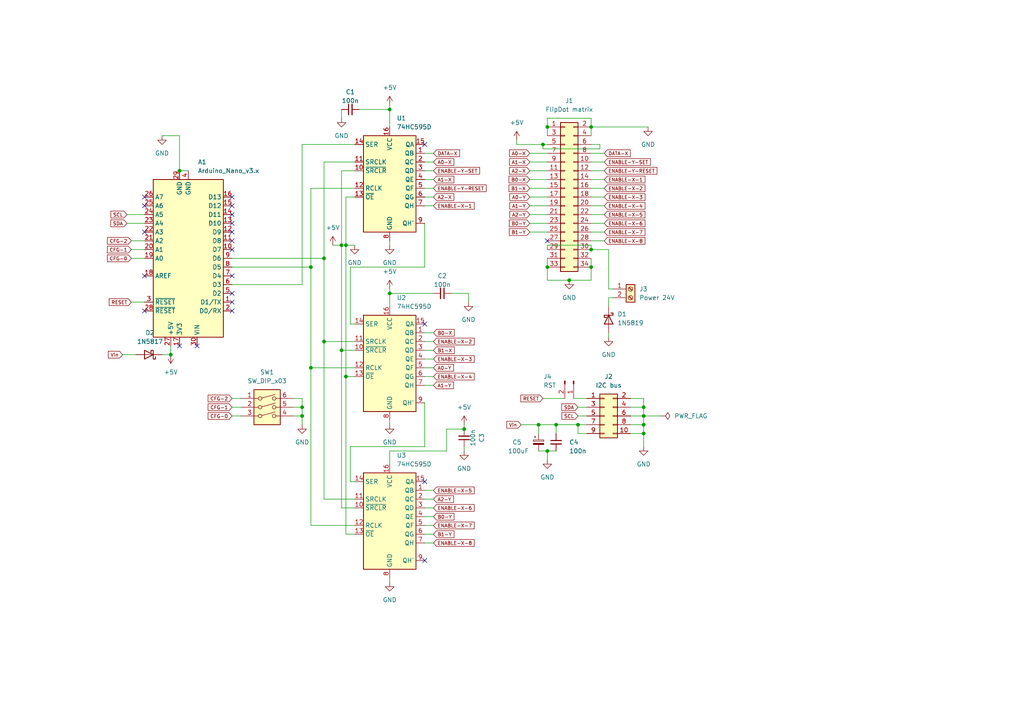
<source format=kicad_sch>
(kicad_sch (version 20211123) (generator eeschema)
  (paper "A4")
  (title_block (title "FlipDot34-Nano Controller Board") (date "2022-04-30") (rev "1.0"))
  (lib_symbols
    (symbol "74xx:74HC595"
      (property "Reference" "U" (at -7.62 13.97 0))
      (property "Value" "74HC595" (at -7.62 -16.51 0))
      (symbol "74HC595_1_0"
        (pin tri_state line (at 10.16 7.62 180) (length 2.54) (name "QB") (number "1"))
        (pin input line (at -10.16 2.54 0) (length 2.54) (name "~{SRCLR}") (number "10"))
        (pin input line (at -10.16 5.08 0) (length 2.54) (name "SRCLK") (number "11"))
        (pin input line (at -10.16 -2.54 0) (length 2.54) (name "RCLK") (number "12"))
        (pin input line (at -10.16 -5.08 0) (length 2.54) (name "~{OE}") (number "13"))
        (pin input line (at -10.16 10.16 0) (length 2.54) (name "SER") (number "14"))
        (pin tri_state line (at 10.16 10.16 180) (length 2.54) (name "QA") (number "15"))
        (pin power_in line (at 0 15.24 270) (length 2.54) (name "VCC") (number "16"))
        (pin tri_state line (at 10.16 5.08 180) (length 2.54) (name "QC") (number "2"))
        (pin tri_state line (at 10.16 2.54 180) (length 2.54) (name "QD") (number "3"))
        (pin tri_state line (at 10.16 0 180) (length 2.54) (name "QE") (number "4"))
        (pin tri_state line (at 10.16 -2.54 180) (length 2.54) (name "QF") (number "5"))
        (pin tri_state line (at 10.16 -5.08 180) (length 2.54) (name "QG") (number "6"))
        (pin tri_state line (at 10.16 -7.62 180) (length 2.54) (name "QH") (number "7"))
        (pin power_in line (at 0 -17.78 90) (length 2.54) (name "GND") (number "8"))
        (pin output line (at 10.16 -12.7 180) (length 2.54) (name "QH'") (number "9"))
      )
      (symbol "74HC595_1_1"
        (rectangle (start -7.62 12.7) (end 7.62 -15.24) (stroke (width 0.254)) (fill (type background)))
      )
    )
    (symbol "Connector:Conn_01x02_Male" (pin_names (offset 1.016) hide)
      (property "Reference" "J" (at 0 2.54 0))
      (property "Value" "Conn_01x02_Male" (at 0 -5.08 0))
      (symbol "Conn_01x02_Male_1_1"
        (polyline (pts (xy 1.27 -2.54) (xy 0.8636 -2.54)) (stroke (width 0.1524)))
        (polyline (pts (xy 1.27 0) (xy 0.8636 0)) (stroke (width 0.1524)))
        (rectangle (start 0.8636 -2.413) (end 0 -2.667) (stroke (width 0.1524)) (fill (type outline)))
        (rectangle (start 0.8636 0.127) (end 0 -0.127) (stroke (width 0.1524)) (fill (type outline)))
        (pin passive line (at 5.08 0 180) (length 3.81) (name "Pin_1") (number "1"))
        (pin passive line (at 5.08 -2.54 180) (length 3.81) (name "Pin_2") (number "2"))
      )
    )
    (symbol "Connector:Screw_Terminal_01x02" (pin_names (offset 1.016) hide)
      (property "Reference" "J" (at 0 2.54 0))
      (property "Value" "Screw_Terminal_01x02" (at 0 -5.08 0))
      (symbol "Screw_Terminal_01x02_1_1"
        (rectangle (start -1.27 1.27) (end 1.27 -3.81) (stroke (width 0.254)) (fill (type background)))
        (circle (center 0 -2.54) (radius 0.635) (stroke (width 0.1524)))
        (polyline (pts (xy -0.5334 -2.2098) (xy 0.3302 -3.048)) (stroke (width 0.1524)))
        (polyline (pts (xy -0.5334 0.3302) (xy 0.3302 -0.508)) (stroke (width 0.1524)))
        (polyline (pts (xy -0.3556 -2.032) (xy 0.508 -2.8702)) (stroke (width 0.1524)))
        (polyline (pts (xy -0.3556 0.508) (xy 0.508 -0.3302)) (stroke (width 0.1524)))
        (circle (center 0 0) (radius 0.635) (stroke (width 0.1524)))
        (pin passive line (at -5.08 0 0) (length 3.81) (name "Pin_1") (number "1"))
        (pin passive line (at -5.08 -2.54 0) (length 3.81) (name "Pin_2") (number "2"))
      )
    )
    (symbol "Connector_Generic:Conn_02x05_Odd_Even" (pin_names (offset 1.016) hide)
      (property "Reference" "J" (at 1.27 7.62 0))
      (property "Value" "Conn_02x05_Odd_Even" (at 1.27 -7.62 0))
      (symbol "Conn_02x05_Odd_Even_1_1"
        (rectangle (start -1.27 -4.953) (end 0 -5.207) (stroke (width 0.1524)))
        (rectangle (start -1.27 -2.413) (end 0 -2.667) (stroke (width 0.1524)))
        (rectangle (start -1.27 0.127) (end 0 -0.127) (stroke (width 0.1524)))
        (rectangle (start -1.27 2.667) (end 0 2.413) (stroke (width 0.1524)))
        (rectangle (start -1.27 5.207) (end 0 4.953) (stroke (width 0.1524)))
        (rectangle (start -1.27 6.35) (end 3.81 -6.35) (stroke (width 0.254)) (fill (type background)))
        (rectangle (start 3.81 -4.953) (end 2.54 -5.207) (stroke (width 0.1524)))
        (rectangle (start 3.81 -2.413) (end 2.54 -2.667) (stroke (width 0.1524)))
        (rectangle (start 3.81 0.127) (end 2.54 -0.127) (stroke (width 0.1524)))
        (rectangle (start 3.81 2.667) (end 2.54 2.413) (stroke (width 0.1524)))
        (rectangle (start 3.81 5.207) (end 2.54 4.953) (stroke (width 0.1524)))
        (pin passive line (at -5.08 5.08 0) (length 3.81) (name "Pin_1") (number "1"))
        (pin passive line (at 7.62 -5.08 180) (length 3.81) (name "Pin_10") (number "10"))
        (pin passive line (at 7.62 5.08 180) (length 3.81) (name "Pin_2") (number "2"))
        (pin passive line (at -5.08 2.54 0) (length 3.81) (name "Pin_3") (number "3"))
        (pin passive line (at 7.62 2.54 180) (length 3.81) (name "Pin_4") (number "4"))
        (pin passive line (at -5.08 0 0) (length 3.81) (name "Pin_5") (number "5"))
        (pin passive line (at 7.62 0 180) (length 3.81) (name "Pin_6") (number "6"))
        (pin passive line (at -5.08 -2.54 0) (length 3.81) (name "Pin_7") (number "7"))
        (pin passive line (at 7.62 -2.54 180) (length 3.81) (name "Pin_8") (number "8"))
        (pin passive line (at -5.08 -5.08 0) (length 3.81) (name "Pin_9") (number "9"))
      )
    )
    (symbol "Connector_Generic:Conn_02x17_Odd_Even" (pin_names (offset 1.016) hide)
      (property "Reference" "J" (at 1.27 22.86 0))
      (property "Value" "Conn_02x17_Odd_Even" (at 1.27 -22.86 0))
      (symbol "Conn_02x17_Odd_Even_1_1"
        (rectangle (start -1.27 -20.193) (end 0 -20.447) (stroke (width 0.1524)))
        (rectangle (start -1.27 -17.653) (end 0 -17.907) (stroke (width 0.1524)))
        (rectangle (start -1.27 -15.113) (end 0 -15.367) (stroke (width 0.1524)))
        (rectangle (start -1.27 -12.573) (end 0 -12.827) (stroke (width 0.1524)))
        (rectangle (start -1.27 -10.033) (end 0 -10.287) (stroke (width 0.1524)))
        (rectangle (start -1.27 -7.493) (end 0 -7.747) (stroke (width 0.1524)))
        (rectangle (start -1.27 -4.953) (end 0 -5.207) (stroke (width 0.1524)))
        (rectangle (start -1.27 -2.413) (end 0 -2.667) (stroke (width 0.1524)))
        (rectangle (start -1.27 0.127) (end 0 -0.127) (stroke (width 0.1524)))
        (rectangle (start -1.27 2.667) (end 0 2.413) (stroke (width 0.1524)))
        (rectangle (start -1.27 5.207) (end 0 4.953) (stroke (width 0.1524)))
        (rectangle (start -1.27 7.747) (end 0 7.493) (stroke (width 0.1524)))
        (rectangle (start -1.27 10.287) (end 0 10.033) (stroke (width 0.1524)))
        (rectangle (start -1.27 12.827) (end 0 12.573) (stroke (width 0.1524)))
        (rectangle (start -1.27 15.367) (end 0 15.113) (stroke (width 0.1524)))
        (rectangle (start -1.27 17.907) (end 0 17.653) (stroke (width 0.1524)))
        (rectangle (start -1.27 20.447) (end 0 20.193) (stroke (width 0.1524)))
        (rectangle (start -1.27 21.59) (end 3.81 -21.59) (stroke (width 0.254)) (fill (type background)))
        (rectangle (start 3.81 -20.193) (end 2.54 -20.447) (stroke (width 0.1524)))
        (rectangle (start 3.81 -17.653) (end 2.54 -17.907) (stroke (width 0.1524)))
        (rectangle (start 3.81 -15.113) (end 2.54 -15.367) (stroke (width 0.1524)))
        (rectangle (start 3.81 -12.573) (end 2.54 -12.827) (stroke (width 0.1524)))
        (rectangle (start 3.81 -10.033) (end 2.54 -10.287) (stroke (width 0.1524)))
        (rectangle (start 3.81 -7.493) (end 2.54 -7.747) (stroke (width 0.1524)))
        (rectangle (start 3.81 -4.953) (end 2.54 -5.207) (stroke (width 0.1524)))
        (rectangle (start 3.81 -2.413) (end 2.54 -2.667) (stroke (width 0.1524)))
        (rectangle (start 3.81 0.127) (end 2.54 -0.127) (stroke (width 0.1524)))
        (rectangle (start 3.81 2.667) (end 2.54 2.413) (stroke (width 0.1524)))
        (rectangle (start 3.81 5.207) (end 2.54 4.953) (stroke (width 0.1524)))
        (rectangle (start 3.81 7.747) (end 2.54 7.493) (stroke (width 0.1524)))
        (rectangle (start 3.81 10.287) (end 2.54 10.033) (stroke (width 0.1524)))
        (rectangle (start 3.81 12.827) (end 2.54 12.573) (stroke (width 0.1524)))
        (rectangle (start 3.81 15.367) (end 2.54 15.113) (stroke (width 0.1524)))
        (rectangle (start 3.81 17.907) (end 2.54 17.653) (stroke (width 0.1524)))
        (rectangle (start 3.81 20.447) (end 2.54 20.193) (stroke (width 0.1524)))
        (pin passive line (at -5.08 20.32 0) (length 3.81) (name "Pin_1") (number "1"))
        (pin passive line (at 7.62 10.16 180) (length 3.81) (name "Pin_10") (number "10"))
        (pin passive line (at -5.08 7.62 0) (length 3.81) (name "Pin_11") (number "11"))
        (pin passive line (at 7.62 7.62 180) (length 3.81) (name "Pin_12") (number "12"))
        (pin passive line (at -5.08 5.08 0) (length 3.81) (name "Pin_13") (number "13"))
        (pin passive line (at 7.62 5.08 180) (length 3.81) (name "Pin_14") (number "14"))
        (pin passive line (at -5.08 2.54 0) (length 3.81) (name "Pin_15") (number "15"))
        (pin passive line (at 7.62 2.54 180) (length 3.81) (name "Pin_16") (number "16"))
        (pin passive line (at -5.08 0 0) (length 3.81) (name "Pin_17") (number "17"))
        (pin passive line (at 7.62 0 180) (length 3.81) (name "Pin_18") (number "18"))
        (pin passive line (at -5.08 -2.54 0) (length 3.81) (name "Pin_19") (number "19"))
        (pin passive line (at 7.62 20.32 180) (length 3.81) (name "Pin_2") (number "2"))
        (pin passive line (at 7.62 -2.54 180) (length 3.81) (name "Pin_20") (number "20"))
        (pin passive line (at -5.08 -5.08 0) (length 3.81) (name "Pin_21") (number "21"))
        (pin passive line (at 7.62 -5.08 180) (length 3.81) (name "Pin_22") (number "22"))
        (pin passive line (at -5.08 -7.62 0) (length 3.81) (name "Pin_23") (number "23"))
        (pin passive line (at 7.62 -7.62 180) (length 3.81) (name "Pin_24") (number "24"))
        (pin passive line (at -5.08 -10.16 0) (length 3.81) (name "Pin_25") (number "25"))
        (pin passive line (at 7.62 -10.16 180) (length 3.81) (name "Pin_26") (number "26"))
        (pin passive line (at -5.08 -12.7 0) (length 3.81) (name "Pin_27") (number "27"))
        (pin passive line (at 7.62 -12.7 180) (length 3.81) (name "Pin_28") (number "28"))
        (pin passive line (at -5.08 -15.24 0) (length 3.81) (name "Pin_29") (number "29"))
        (pin passive line (at -5.08 17.78 0) (length 3.81) (name "Pin_3") (number "3"))
        (pin passive line (at 7.62 -15.24 180) (length 3.81) (name "Pin_30") (number "30"))
        (pin passive line (at -5.08 -17.78 0) (length 3.81) (name "Pin_31") (number "31"))
        (pin passive line (at 7.62 -17.78 180) (length 3.81) (name "Pin_32") (number "32"))
        (pin passive line (at -5.08 -20.32 0) (length 3.81) (name "Pin_33") (number "33"))
        (pin passive line (at 7.62 -20.32 180) (length 3.81) (name "Pin_34") (number "34"))
        (pin passive line (at 7.62 17.78 180) (length 3.81) (name "Pin_4") (number "4"))
        (pin passive line (at -5.08 15.24 0) (length 3.81) (name "Pin_5") (number "5"))
        (pin passive line (at 7.62 15.24 180) (length 3.81) (name "Pin_6") (number "6"))
        (pin passive line (at -5.08 12.7 0) (length 3.81) (name "Pin_7") (number "7"))
        (pin passive line (at 7.62 12.7 180) (length 3.81) (name "Pin_8") (number "8"))
        (pin passive line (at -5.08 10.16 0) (length 3.81) (name "Pin_9") (number "9"))
      )
    )
    (symbol "Device:C_Polarized_Small" (pin_numbers hide) (pin_names (offset 0.254) hide)
      (property "Reference" "C" (at 0.254 1.778 0))
      (property "Value" "C_Polarized_Small" (at 0.254 -2.032 0))
      (symbol "C_Polarized_Small_0_1"
        (rectangle (start -1.524 -0.3048) (end 1.524 -0.6858) (fill (type outline)))
        (rectangle (start -1.524 0.6858) (end 1.524 0.3048))
        (polyline (pts (xy -1.27 1.524) (xy -0.762 1.524)))
        (polyline (pts (xy -1.016 1.27) (xy -1.016 1.778)))
      )
      (symbol "C_Polarized_Small_1_1"
        (pin passive line (at 0 2.54 270) (length 1.8542) (name "~") (number "1"))
        (pin passive line (at 0 -2.54 90) (length 1.8542) (name "~") (number "2"))
      )
    )
    (symbol "Device:C_Small" (pin_numbers hide) (pin_names (offset 0.254) hide)
      (property "Reference" "C" (at 0.254 1.778 0))
      (property "Value" "C_Small" (at 0.254 -2.032 0))
      (symbol "C_Small_0_1"
        (polyline (pts (xy -1.524 -0.508) (xy 1.524 -0.508)) (stroke (width 0.3302)))
        (polyline (pts (xy -1.524 0.508) (xy 1.524 0.508)) (stroke (width 0.3048)))
      )
      (symbol "C_Small_1_1"
        (pin passive line (at 0 2.54 270) (length 2.032) (name "~") (number "1"))
        (pin passive line (at 0 -2.54 90) (length 2.032) (name "~") (number "2"))
      )
    )
    (symbol "Diode:1N5819" (pin_numbers hide) (pin_names (offset 1.016) hide)
      (property "Reference" "D" (at 0 2.54 0))
      (property "Value" "1N5819" (at 0 -2.54 0))
      (symbol "1N5819_0_1"
        (polyline (pts (xy 1.27 0) (xy -1.27 0)))
        (polyline (pts (xy 1.27 1.27) (xy 1.27 -1.27) (xy -1.27 0) (xy 1.27 1.27)) (stroke (width 0.254)))
        (polyline (pts (xy -1.905 0.635) (xy -1.905 1.27) (xy -1.27 1.27) (xy -1.27 -1.27) (xy -0.635 -1.27) (xy -0.635 -0.635)) (stroke (width 0.254)))
      )
      (symbol "1N5819_1_1"
        (pin passive line (at -3.81 0 0) (length 2.54) (name "K") (number "1"))
        (pin passive line (at 3.81 0 180) (length 2.54) (name "A") (number "2"))
      )
    )
    (symbol "MCU_Module:Arduino_Nano_v3.x"
      (property "Reference" "A" (at -10.16 23.495 0))
      (property "Value" "Arduino_Nano_v3.x" (at 5.08 -24.13 0))
      (symbol "Arduino_Nano_v3.x_0_1"
        (rectangle (start -10.16 22.86) (end 10.16 -22.86) (stroke (width 0.254)) (fill (type background)))
      )
      (symbol "Arduino_Nano_v3.x_1_1"
        (pin bidirectional line (at -12.7 12.7 0) (length 2.54) (name "D1/TX") (number "1"))
        (pin bidirectional line (at -12.7 -2.54 0) (length 2.54) (name "D7") (number "10"))
        (pin bidirectional line (at -12.7 -5.08 0) (length 2.54) (name "D8") (number "11"))
        (pin bidirectional line (at -12.7 -7.62 0) (length 2.54) (name "D9") (number "12"))
        (pin bidirectional line (at -12.7 -10.16 0) (length 2.54) (name "D10") (number "13"))
        (pin bidirectional line (at -12.7 -12.7 0) (length 2.54) (name "D11") (number "14"))
        (pin bidirectional line (at -12.7 -15.24 0) (length 2.54) (name "D12") (number "15"))
        (pin bidirectional line (at -12.7 -17.78 0) (length 2.54) (name "D13") (number "16"))
        (pin power_out line (at 2.54 25.4 270) (length 2.54) (name "3V3") (number "17"))
        (pin input line (at 12.7 5.08 180) (length 2.54) (name "AREF") (number "18"))
        (pin bidirectional line (at 12.7 0 180) (length 2.54) (name "A0") (number "19"))
        (pin bidirectional line (at -12.7 15.24 0) (length 2.54) (name "D0/RX") (number "2"))
        (pin bidirectional line (at 12.7 -2.54 180) (length 2.54) (name "A1") (number "20"))
        (pin bidirectional line (at 12.7 -5.08 180) (length 2.54) (name "A2") (number "21"))
        (pin bidirectional line (at 12.7 -7.62 180) (length 2.54) (name "A3") (number "22"))
        (pin bidirectional line (at 12.7 -10.16 180) (length 2.54) (name "A4") (number "23"))
        (pin bidirectional line (at 12.7 -12.7 180) (length 2.54) (name "A5") (number "24"))
        (pin bidirectional line (at 12.7 -15.24 180) (length 2.54) (name "A6") (number "25"))
        (pin bidirectional line (at 12.7 -17.78 180) (length 2.54) (name "A7") (number "26"))
        (pin power_out line (at 5.08 25.4 270) (length 2.54) (name "+5V") (number "27"))
        (pin input line (at 12.7 15.24 180) (length 2.54) (name "~{RESET}") (number "28"))
        (pin power_in line (at 2.54 -25.4 90) (length 2.54) (name "GND") (number "29"))
        (pin input line (at 12.7 12.7 180) (length 2.54) (name "~{RESET}") (number "3"))
        (pin power_in line (at -2.54 25.4 270) (length 2.54) (name "VIN") (number "30"))
        (pin power_in line (at 0 -25.4 90) (length 2.54) (name "GND") (number "4"))
        (pin bidirectional line (at -12.7 10.16 0) (length 2.54) (name "D2") (number "5"))
        (pin bidirectional line (at -12.7 7.62 0) (length 2.54) (name "D3") (number "6"))
        (pin bidirectional line (at -12.7 5.08 0) (length 2.54) (name "D4") (number "7"))
        (pin bidirectional line (at -12.7 2.54 0) (length 2.54) (name "D5") (number "8"))
        (pin bidirectional line (at -12.7 0 0) (length 2.54) (name "D6") (number "9"))
      )
    )
    (symbol "Switch:SW_DIP_x03" (pin_names (offset 0) hide)
      (property "Reference" "SW" (at 0 8.89 0))
      (property "Value" "SW_DIP_x03" (at 0 -3.81 0))
      (symbol "SW_DIP_x03_0_0"
        (circle (center -2.032 0) (radius 0.508))
        (circle (center -2.032 2.54) (radius 0.508))
        (circle (center -2.032 5.08) (radius 0.508))
        (polyline (pts (xy -1.524 0.127) (xy 2.3622 1.1684)))
        (polyline (pts (xy -1.524 2.667) (xy 2.3622 3.7084)))
        (polyline (pts (xy -1.524 5.207) (xy 2.3622 6.2484)))
        (circle (center 2.032 0) (radius 0.508))
        (circle (center 2.032 2.54) (radius 0.508))
        (circle (center 2.032 5.08) (radius 0.508))
      )
      (symbol "SW_DIP_x03_0_1"
        (rectangle (start -3.81 7.62) (end 3.81 -2.54) (stroke (width 0.254)) (fill (type background)))
      )
      (symbol "SW_DIP_x03_1_1"
        (pin passive line (at -7.62 5.08 0) (length 5.08) (name "~") (number "1"))
        (pin passive line (at -7.62 2.54 0) (length 5.08) (name "~") (number "2"))
        (pin passive line (at -7.62 0 0) (length 5.08) (name "~") (number "3"))
        (pin passive line (at 7.62 0 180) (length 5.08) (name "~") (number "4"))
        (pin passive line (at 7.62 2.54 180) (length 5.08) (name "~") (number "5"))
        (pin passive line (at 7.62 5.08 180) (length 5.08) (name "~") (number "6"))
      )
    )
    (symbol "power:+5V" (power) (pin_names (offset 0))
      (property "Value" "+5V" (at 0 3.556 0))
      (symbol "+5V_0_1"
        (polyline (pts (xy -0.762 1.27) (xy 0 2.54)))
        (polyline (pts (xy 0 0) (xy 0 2.54)))
        (polyline (pts (xy 0 2.54) (xy 0.762 1.27)))
      )
      (symbol "+5V_1_1"
        (pin power_in line (at 0 0 90) (length 0) hide (name "+5V") (number "1"))
      )
    )
    (symbol "power:GND" (power) (pin_names (offset 0))
      (property "Value" "GND" (at 0 -3.81 0))
      (symbol "GND_0_1"
        (polyline (pts (xy 0 0) (xy 0 -1.27) (xy 1.27 -1.27) (xy 0 -2.54) (xy -1.27 -1.27) (xy 0 -1.27)))
      )
      (symbol "GND_1_1"
        (pin power_in line (at 0 0 270) (length 0) hide (name "GND") (number "1"))
      )
    )
    (symbol "power:PWR_FLAG" (power) (pin_numbers hide) (pin_names (offset 0) hide)
      (property "Value" "PWR_FLAG" (at 0 3.81 0))
      (symbol "PWR_FLAG_0_0"
        (pin power_out line (at 0 0 90) (length 0) (name "pwr") (number "1"))
      )
      (symbol "PWR_FLAG_0_1"
        (polyline (pts (xy 0 0) (xy 0 1.27) (xy -1.016 1.905) (xy 0 2.54) (xy 1.016 1.905) (xy 0 1.27)))
      )
    )
  )
  (junction (at 52.07 49.53))
  (junction (at 100.33 71.12))
  (junction (at 99.06 101.6))
  (junction (at 99.06 71.12))
  (junction (at 113.03 85.09))
  (junction (at 171.45 77.47))
  (junction (at 156.21 123.19))
  (junction (at 186.69 123.19))
  (junction (at 171.45 72.39))
  (junction (at 161.29 123.19))
  (junction (at 186.69 120.65))
  (junction (at 186.69 125.73))
  (junction (at 100.33 109.22))
  (junction (at 158.75 36.83))
  (junction (at 165.1 81.28))
  (junction (at 158.75 130.81))
  (junction (at 113.03 31.75))
  (junction (at 167.64 123.19))
  (junction (at 90.17 106.68))
  (junction (at 90.17 77.47))
  (junction (at 157.48 41.91))
  (junction (at 87.63 120.65))
  (junction (at 49.53 102.87))
  (junction (at 87.63 118.11))
  (junction (at 171.45 36.83))
  (junction (at 134.62 124.46))
  (junction (at 93.98 74.93))
  (junction (at 158.75 77.47))
  (junction (at 186.69 118.11))
  (junction (at 93.98 99.06))
  (no_connect (at 41.91 67.31))
  (no_connect (at 67.31 87.63))
  (no_connect (at 41.91 59.69))
  (no_connect (at 123.19 93.98))
  (no_connect (at 123.19 139.7))
  (no_connect (at 123.19 41.91))
  (no_connect (at 52.07 100.33))
  (no_connect (at 67.31 57.15))
  (no_connect (at 67.31 64.77))
  (no_connect (at 67.31 85.09))
  (no_connect (at 67.31 80.01))
  (no_connect (at 67.31 67.31))
  (no_connect (at 67.31 69.85))
  (no_connect (at 67.31 72.39))
  (no_connect (at 41.91 80.01))
  (no_connect (at 57.15 100.33))
  (no_connect (at 123.19 162.56))
  (no_connect (at 41.91 57.15))
  (no_connect (at 67.31 90.17))
  (no_connect (at 158.75 69.85))
  (no_connect (at 67.31 62.23))
  (no_connect (at 67.31 59.69))
  (no_connect (at 41.91 90.17))
  (wire (pts (xy 153.67 46.99) (xy 158.75 46.99)))
  (wire (pts (xy 102.87 57.15) (xy 100.33 57.15)))
  (wire (pts (xy 67.31 82.55) (xy 87.63 82.55)))
  (wire (pts (xy 167.64 120.65) (xy 170.18 120.65)))
  (wire (pts (xy 157.48 41.91) (xy 157.48 43.18)))
  (wire (pts (xy 113.03 31.75) (xy 113.03 36.83)))
  (wire (pts (xy 157.48 41.91) (xy 158.75 41.91)))
  (wire (pts (xy 67.31 118.11) (xy 69.85 118.11)))
  (wire (pts (xy 186.69 115.57) (xy 186.69 118.11)))
  (wire (pts (xy 158.75 71.12) (xy 171.45 71.12)))
  (wire (pts (xy 158.75 130.81) (xy 158.75 133.35)))
  (wire (pts (xy 85.09 120.65) (xy 87.63 120.65)))
  (wire (pts (xy 171.45 34.29) (xy 171.45 36.83)))
  (wire (pts (xy 46.99 102.87) (xy 49.53 102.87)))
  (wire (pts (xy 158.75 36.83) (xy 158.75 39.37)))
  (wire (pts (xy 153.67 62.23) (xy 158.75 62.23)))
  (wire (pts (xy 186.69 120.65) (xy 191.77 120.65)))
  (wire (pts (xy 158.75 34.29) (xy 171.45 34.29)))
  (wire (pts (xy 123.19 77.47) (xy 101.6 77.47)))
  (wire (pts (xy 186.69 125.73) (xy 186.69 129.54)))
  (wire (pts (xy 123.19 99.06) (xy 125.73 99.06)))
  (wire (pts (xy 171.45 71.12) (xy 171.45 72.39)))
  (wire (pts (xy 123.19 149.86) (xy 125.73 149.86)))
  (wire (pts (xy 38.1 87.63) (xy 41.91 87.63)))
  (wire (pts (xy 49.53 100.33) (xy 49.53 102.87)))
  (wire (pts (xy 99.06 101.6) (xy 99.06 147.32)))
  (wire (pts (xy 175.26 54.61) (xy 171.45 54.61)))
  (wire (pts (xy 90.17 54.61) (xy 90.17 77.47)))
  (wire (pts (xy 123.19 142.24) (xy 125.73 142.24)))
  (wire (pts (xy 93.98 144.78) (xy 102.87 144.78)))
  (wire (pts (xy 100.33 71.12) (xy 102.87 71.12)))
  (wire (pts (xy 156.21 123.19) (xy 161.29 123.19)))
  (wire (pts (xy 153.67 57.15) (xy 158.75 57.15)))
  (wire (pts (xy 173.99 43.18) (xy 173.99 41.91)))
  (wire (pts (xy 52.07 39.37) (xy 52.07 49.53)))
  (wire (pts (xy 90.17 77.47) (xy 90.17 106.68)))
  (wire (pts (xy 36.83 62.23) (xy 41.91 62.23)))
  (wire (pts (xy 175.26 57.15) (xy 171.45 57.15)))
  (wire (pts (xy 93.98 99.06) (xy 102.87 99.06)))
  (wire (pts (xy 113.03 121.92) (xy 113.03 123.19)))
  (wire (pts (xy 182.88 123.19) (xy 186.69 123.19)))
  (wire (pts (xy 182.88 120.65) (xy 186.69 120.65)))
  (wire (pts (xy 158.75 81.28) (xy 165.1 81.28)))
  (wire (pts (xy 123.19 154.94) (xy 125.73 154.94)))
  (wire (pts (xy 149.86 40.64) (xy 149.86 41.91)))
  (wire (pts (xy 100.33 57.15) (xy 100.33 71.12)))
  (wire (pts (xy 67.31 77.47) (xy 90.17 77.47)))
  (wire (pts (xy 176.53 83.82) (xy 177.8 83.82)))
  (wire (pts (xy 99.06 71.12) (xy 99.06 101.6)))
  (wire (pts (xy 102.87 49.53) (xy 99.06 49.53)))
  (wire (pts (xy 85.09 115.57) (xy 87.63 115.57)))
  (wire (pts (xy 157.48 43.18) (xy 173.99 43.18)))
  (wire (pts (xy 176.53 72.39) (xy 176.53 83.82)))
  (wire (pts (xy 67.31 115.57) (xy 69.85 115.57)))
  (wire (pts (xy 52.07 49.53) (xy 54.61 49.53)))
  (wire (pts (xy 101.6 93.98) (xy 102.87 93.98)))
  (wire (pts (xy 175.26 59.69) (xy 171.45 59.69)))
  (wire (pts (xy 123.19 109.22) (xy 125.73 109.22)))
  (wire (pts (xy 176.53 86.36) (xy 177.8 86.36)))
  (wire (pts (xy 123.19 96.52) (xy 125.73 96.52)))
  (wire (pts (xy 123.19 116.84) (xy 123.19 129.54)))
  (wire (pts (xy 99.06 101.6) (xy 102.87 101.6)))
  (wire (pts (xy 173.99 41.91) (xy 171.45 41.91)))
  (wire (pts (xy 171.45 81.28) (xy 171.45 77.47)))
  (wire (pts (xy 100.33 109.22) (xy 100.33 154.94)))
  (wire (pts (xy 123.19 152.4) (xy 125.73 152.4)))
  (wire (pts (xy 123.19 104.14) (xy 125.73 104.14)))
  (wire (pts (xy 158.75 72.39) (xy 158.75 71.12)))
  (wire (pts (xy 123.19 106.68) (xy 125.73 106.68)))
  (wire (pts (xy 182.88 115.57) (xy 186.69 115.57)))
  (wire (pts (xy 101.6 139.7) (xy 102.87 139.7)))
  (wire (pts (xy 113.03 69.85) (xy 113.03 71.12)))
  (wire (pts (xy 186.69 123.19) (xy 186.69 125.73)))
  (wire (pts (xy 38.1 74.93) (xy 41.91 74.93)))
  (wire (pts (xy 123.19 111.76) (xy 125.73 111.76)))
  (wire (pts (xy 167.64 123.19) (xy 170.18 123.19)))
  (wire (pts (xy 101.6 129.54) (xy 101.6 139.7)))
  (wire (pts (xy 102.87 46.99) (xy 93.98 46.99)))
  (wire (pts (xy 90.17 106.68) (xy 102.87 106.68)))
  (wire (pts (xy 175.26 49.53) (xy 171.45 49.53)))
  (wire (pts (xy 171.45 72.39) (xy 176.53 72.39)))
  (wire (pts (xy 166.37 115.57) (xy 170.18 115.57)))
  (wire (pts (xy 153.67 67.31) (xy 158.75 67.31)))
  (wire (pts (xy 123.19 49.53) (xy 125.73 49.53)))
  (wire (pts (xy 123.19 64.77) (xy 123.19 77.47)))
  (wire (pts (xy 123.19 44.45) (xy 125.73 44.45)))
  (wire (pts (xy 130.81 85.09) (xy 135.89 85.09)))
  (wire (pts (xy 123.19 144.78) (xy 125.73 144.78)))
  (wire (pts (xy 123.19 57.15) (xy 125.73 57.15)))
  (wire (pts (xy 67.31 74.93) (xy 93.98 74.93)))
  (wire (pts (xy 99.06 49.53) (xy 99.06 71.12)))
  (wire (pts (xy 90.17 152.4) (xy 102.87 152.4)))
  (wire (pts (xy 100.33 154.94) (xy 102.87 154.94)))
  (wire (pts (xy 161.29 123.19) (xy 161.29 125.73)))
  (wire (pts (xy 176.53 86.36) (xy 176.53 88.9)))
  (wire (pts (xy 158.75 74.93) (xy 158.75 77.47)))
  (wire (pts (xy 129.54 124.46) (xy 134.62 124.46)))
  (wire (pts (xy 175.26 46.99) (xy 171.45 46.99)))
  (wire (pts (xy 167.64 125.73) (xy 170.18 125.73)))
  (wire (pts (xy 171.45 36.83) (xy 171.45 39.37)))
  (wire (pts (xy 38.1 69.85) (xy 41.91 69.85)))
  (wire (pts (xy 113.03 130.81) (xy 129.54 130.81)))
  (wire (pts (xy 153.67 59.69) (xy 158.75 59.69)))
  (wire (pts (xy 99.06 147.32) (xy 102.87 147.32)))
  (wire (pts (xy 171.45 69.85) (xy 175.26 69.85)))
  (wire (pts (xy 161.29 123.19) (xy 167.64 123.19)))
  (wire (pts (xy 158.75 77.47) (xy 158.75 81.28)))
  (wire (pts (xy 90.17 106.68) (xy 90.17 152.4)))
  (wire (pts (xy 104.14 31.75) (xy 113.03 31.75)))
  (wire (pts (xy 153.67 52.07) (xy 158.75 52.07)))
  (wire (pts (xy 113.03 85.09) (xy 125.73 85.09)))
  (wire (pts (xy 186.69 120.65) (xy 186.69 123.19)))
  (wire (pts (xy 153.67 64.77) (xy 158.75 64.77)))
  (wire (pts (xy 182.88 125.73) (xy 186.69 125.73)))
  (wire (pts (xy 52.07 39.37) (xy 46.99 39.37)))
  (wire (pts (xy 36.83 64.77) (xy 41.91 64.77)))
  (wire (pts (xy 171.45 67.31) (xy 175.26 67.31)))
  (wire (pts (xy 87.63 41.91) (xy 102.87 41.91)))
  (wire (pts (xy 123.19 147.32) (xy 125.73 147.32)))
  (wire (pts (xy 176.53 96.52) (xy 176.53 97.79)))
  (wire (pts (xy 85.09 118.11) (xy 87.63 118.11)))
  (wire (pts (xy 167.64 123.19) (xy 167.64 125.73)))
  (wire (pts (xy 87.63 82.55) (xy 87.63 41.91)))
  (wire (pts (xy 87.63 115.57) (xy 87.63 118.11)))
  (wire (pts (xy 87.63 120.65) (xy 87.63 123.19)))
  (wire (pts (xy 100.33 71.12) (xy 100.33 109.22)))
  (wire (pts (xy 157.48 115.57) (xy 163.83 115.57)))
  (wire (pts (xy 93.98 46.99) (xy 93.98 74.93)))
  (wire (pts (xy 175.26 62.23) (xy 171.45 62.23)))
  (wire (pts (xy 123.19 101.6) (xy 125.73 101.6)))
  (wire (pts (xy 35.56 102.87) (xy 39.37 102.87)))
  (wire (pts (xy 123.19 52.07) (xy 125.73 52.07)))
  (wire (pts (xy 167.64 118.11) (xy 170.18 118.11)))
  (wire (pts (xy 113.03 83.82) (xy 113.03 85.09)))
  (wire (pts (xy 87.63 118.11) (xy 87.63 120.65)))
  (wire (pts (xy 129.54 130.81) (xy 129.54 124.46)))
  (wire (pts (xy 175.26 44.45) (xy 171.45 44.45)))
  (wire (pts (xy 102.87 54.61) (xy 90.17 54.61)))
  (wire (pts (xy 113.03 134.62) (xy 113.03 130.81)))
  (wire (pts (xy 123.19 157.48) (xy 125.73 157.48)))
  (wire (pts (xy 156.21 130.81) (xy 158.75 130.81)))
  (wire (pts (xy 134.62 129.54) (xy 134.62 130.81)))
  (wire (pts (xy 153.67 54.61) (xy 158.75 54.61)))
  (wire (pts (xy 135.89 85.09) (xy 135.89 87.63)))
  (wire (pts (xy 171.45 74.93) (xy 171.45 77.47)))
  (wire (pts (xy 151.13 123.19) (xy 156.21 123.19)))
  (wire (pts (xy 96.52 71.12) (xy 99.06 71.12)))
  (wire (pts (xy 175.26 52.07) (xy 171.45 52.07)))
  (wire (pts (xy 153.67 44.45) (xy 158.75 44.45)))
  (wire (pts (xy 100.33 109.22) (xy 102.87 109.22)))
  (wire (pts (xy 123.19 54.61) (xy 125.73 54.61)))
  (wire (pts (xy 186.69 118.11) (xy 186.69 120.65)))
  (wire (pts (xy 156.21 123.19) (xy 156.21 125.73)))
  (wire (pts (xy 165.1 81.28) (xy 171.45 81.28)))
  (wire (pts (xy 123.19 46.99) (xy 125.73 46.99)))
  (wire (pts (xy 99.06 31.75) (xy 99.06 34.29)))
  (wire (pts (xy 171.45 36.83) (xy 187.96 36.83)))
  (wire (pts (xy 113.03 167.64) (xy 113.03 168.91)))
  (wire (pts (xy 134.62 123.19) (xy 134.62 124.46)))
  (wire (pts (xy 158.75 36.83) (xy 158.75 34.29)))
  (wire (pts (xy 93.98 74.93) (xy 93.98 99.06)))
  (wire (pts (xy 52.07 49.53) (xy 52.07 50.8)))
  (wire (pts (xy 67.31 120.65) (xy 69.85 120.65)))
  (wire (pts (xy 182.88 118.11) (xy 186.69 118.11)))
  (wire (pts (xy 113.03 30.48) (xy 113.03 31.75)))
  (wire (pts (xy 158.75 130.81) (xy 161.29 130.81)))
  (wire (pts (xy 93.98 99.06) (xy 93.98 144.78)))
  (wire (pts (xy 38.1 72.39) (xy 41.91 72.39)))
  (wire (pts (xy 123.19 59.69) (xy 125.73 59.69)))
  (wire (pts (xy 123.19 129.54) (xy 101.6 129.54)))
  (wire (pts (xy 149.86 41.91) (xy 157.48 41.91)))
  (wire (pts (xy 153.67 49.53) (xy 158.75 49.53)))
  (wire (pts (xy 101.6 77.47) (xy 101.6 93.98)))
  (wire (pts (xy 175.26 64.77) (xy 171.45 64.77)))
  (wire (pts (xy 113.03 85.09) (xy 113.03 88.9)))
  (global_label "ENABLE-X-5" (shape input) (at 175.26 62.23 0) (effects (font (size 1 1))) (property "Intersheet References" "${INTERSHEET_REFS}" (effects hide)))
  (global_label "SDA" (shape input) (at 36.83 64.77 180) (effects (font (size 1 1))) (property "Intersheet References" "${INTERSHEET_REFS}" (effects hide)))
  (global_label "ENABLE-X-8" (shape input) (at 125.73 157.48 0) (effects (font (size 1 1))) (property "Intersheet References" "${INTERSHEET_REFS}" (effects hide)))
  (global_label "ENABLE-Y-RESET" (shape input) (at 125.73 54.61 0) (effects (font (size 1 1))) (property "Intersheet References" "${INTERSHEET_REFS}" (effects hide)))
  (global_label "SCL" (shape input) (at 167.64 120.65 180) (effects (font (size 1 1))) (property "Intersheet References" "${INTERSHEET_REFS}" (effects hide)))
  (global_label "DATA-X" (shape input) (at 125.73 44.45 0) (effects (font (size 1 1))) (property "Intersheet References" "${INTERSHEET_REFS}" (effects hide)))
  (global_label "CFG-1" (shape input) (at 67.31 118.11 180) (effects (font (size 1 1))) (property "Intersheet References" "${INTERSHEET_REFS}" (effects hide)))
  (global_label "A0-X" (shape input) (at 125.73 46.99 0) (effects (font (size 1 1))) (property "Intersheet References" "${INTERSHEET_REFS}" (effects hide)))
  (global_label "B0-Y" (shape input) (at 153.67 64.77 180) (effects (font (size 1 1))) (property "Intersheet References" "${INTERSHEET_REFS}" (effects hide)))
  (global_label "ENABLE-X-1" (shape input) (at 125.73 59.69 0) (effects (font (size 1 1))) (property "Intersheet References" "${INTERSHEET_REFS}" (effects hide)))
  (global_label "B1-Y" (shape input) (at 125.73 154.94 0) (effects (font (size 1 1))) (property "Intersheet References" "${INTERSHEET_REFS}" (effects hide)))
  (global_label "ENABLE-X-6" (shape input) (at 125.73 147.32 0) (effects (font (size 1 1))) (property "Intersheet References" "${INTERSHEET_REFS}" (effects hide)))
  (global_label "SDA" (shape input) (at 167.64 118.11 180) (effects (font (size 1 1))) (property "Intersheet References" "${INTERSHEET_REFS}" (effects hide)))
  (global_label "A1-Y" (shape input) (at 125.73 111.76 0) (effects (font (size 1 1))) (property "Intersheet References" "${INTERSHEET_REFS}" (effects hide)))
  (global_label "B0-Y" (shape input) (at 125.73 149.86 0) (effects (font (size 1 1))) (property "Intersheet References" "${INTERSHEET_REFS}" (effects hide)))
  (global_label "A0-Y" (shape input) (at 153.67 57.15 180) (effects (font (size 1 1))) (property "Intersheet References" "${INTERSHEET_REFS}" (effects hide)))
  (global_label "ENABLE-X-3" (shape input) (at 175.26 57.15 0) (effects (font (size 1 1))) (property "Intersheet References" "${INTERSHEET_REFS}" (effects hide)))
  (global_label "ENABLE-X-4" (shape input) (at 175.26 59.69 0) (effects (font (size 1 1))) (property "Intersheet References" "${INTERSHEET_REFS}" (effects hide)))
  (global_label "ENABLE-X-5" (shape input) (at 125.73 142.24 0) (effects (font (size 1 1))) (property "Intersheet References" "${INTERSHEET_REFS}" (effects hide)))
  (global_label "B1-X" (shape input) (at 153.67 54.61 180) (effects (font (size 1 1))) (property "Intersheet References" "${INTERSHEET_REFS}" (effects hide)))
  (global_label "A1-X" (shape input) (at 125.73 52.07 0) (effects (font (size 1 1))) (property "Intersheet References" "${INTERSHEET_REFS}" (effects hide)))
  (global_label "RESET" (shape input) (at 38.1 87.63 180) (effects (font (size 1 1))) (property "Intersheet References" "${INTERSHEET_REFS}" (effects hide)))
  (global_label "CFG-0" (shape input) (at 67.31 120.65 180) (effects (font (size 1 1))) (property "Intersheet References" "${INTERSHEET_REFS}" (effects hide)))
  (global_label "CFG-1" (shape input) (at 38.1 72.39 180) (effects (font (size 1 1))) (property "Intersheet References" "${INTERSHEET_REFS}" (effects hide)))
  (global_label "RESET" (shape input) (at 157.48 115.57 180) (effects (font (size 1 1))) (property "Intersheet References" "${INTERSHEET_REFS}" (effects hide)))
  (global_label "B0-X" (shape input) (at 153.67 52.07 180) (effects (font (size 1 1))) (property "Intersheet References" "${INTERSHEET_REFS}" (effects hide)))
  (global_label "B1-Y" (shape input) (at 153.67 67.31 180) (effects (font (size 1 1))) (property "Intersheet References" "${INTERSHEET_REFS}" (effects hide)))
  (global_label "A0-Y" (shape input) (at 125.73 106.68 0) (effects (font (size 1 1))) (property "Intersheet References" "${INTERSHEET_REFS}" (effects hide)))
  (global_label "A2-X" (shape input) (at 153.67 49.53 180) (effects (font (size 1 1))) (property "Intersheet References" "${INTERSHEET_REFS}" (effects hide)))
  (global_label "B0-X" (shape input) (at 125.73 96.52 0) (effects (font (size 1 1))) (property "Intersheet References" "${INTERSHEET_REFS}" (effects hide)))
  (global_label "ENABLE-X-6" (shape input) (at 175.26 64.77 0) (effects (font (size 1 1))) (property "Intersheet References" "${INTERSHEET_REFS}" (effects hide)))
  (global_label "A1-Y" (shape input) (at 153.67 59.69 180) (effects (font (size 1 1))) (property "Intersheet References" "${INTERSHEET_REFS}" (effects hide)))
  (global_label "A2-Y" (shape input) (at 125.73 144.78 0) (effects (font (size 1 1))) (property "Intersheet References" "${INTERSHEET_REFS}" (effects hide)))
  (global_label "SCL" (shape input) (at 36.83 62.23 180) (effects (font (size 1 1))) (property "Intersheet References" "${INTERSHEET_REFS}" (effects hide)))
  (global_label "ENABLE-X-8" (shape input) (at 175.26 69.85 0) (effects (font (size 1 1))) (property "Intersheet References" "${INTERSHEET_REFS}" (effects hide)))
  (global_label "DATA-X" (shape input) (at 175.26 44.45 0) (effects (font (size 1 1))) (property "Intersheet References" "${INTERSHEET_REFS}" (effects hide)))
  (global_label "ENABLE-X-4" (shape input) (at 125.73 109.22 0) (effects (font (size 1 1))) (property "Intersheet References" "${INTERSHEET_REFS}" (effects hide)))
  (global_label "ENABLE-X-3" (shape input) (at 125.73 104.14 0) (effects (font (size 1 1))) (property "Intersheet References" "${INTERSHEET_REFS}" (effects hide)))
  (global_label "Vin" (shape input) (at 35.56 102.87 180) (effects (font (size 1 1))) (property "Intersheet References" "${INTERSHEET_REFS}" (effects hide)))
  (global_label "ENABLE-X-2" (shape input) (at 125.73 99.06 0) (effects (font (size 1 1))) (property "Intersheet References" "${INTERSHEET_REFS}" (effects hide)))
  (global_label "CFG-0" (shape input) (at 38.1 74.93 180) (effects (font (size 1 1))) (property "Intersheet References" "${INTERSHEET_REFS}" (effects hide)))
  (global_label "ENABLE-Y-RESET" (shape input) (at 175.26 49.53 0) (effects (font (size 1 1))) (property "Intersheet References" "${INTERSHEET_REFS}" (effects hide)))
  (global_label "A2-Y" (shape input) (at 153.67 62.23 180) (effects (font (size 1 1))) (property "Intersheet References" "${INTERSHEET_REFS}" (effects hide)))
  (global_label "A1-X" (shape input) (at 153.67 46.99 180) (effects (font (size 1 1))) (property "Intersheet References" "${INTERSHEET_REFS}" (effects hide)))
  (global_label "A2-X" (shape input) (at 125.73 57.15 0) (effects (font (size 1 1))) (property "Intersheet References" "${INTERSHEET_REFS}" (effects hide)))
  (global_label "Vin" (shape input) (at 151.13 123.19 180) (effects (font (size 1 1))) (property "Intersheet References" "${INTERSHEET_REFS}" (effects hide)))
  (global_label "CFG-2" (shape input) (at 38.1 69.85 180) (effects (font (size 1 1))) (property "Intersheet References" "${INTERSHEET_REFS}" (effects hide)))
  (global_label "A0-X" (shape input) (at 153.67 44.45 180) (effects (font (size 1 1))) (property "Intersheet References" "${INTERSHEET_REFS}" (effects hide)))
  (global_label "ENABLE-Y-SET" (shape input) (at 125.73 49.53 0) (effects (font (size 1 1))) (property "Intersheet References" "${INTERSHEET_REFS}" (effects hide)))
  (global_label "ENABLE-Y-SET" (shape input) (at 175.26 46.99 0) (effects (font (size 1 1))) (property "Intersheet References" "${INTERSHEET_REFS}" (effects hide)))
  (global_label "ENABLE-X-1" (shape input) (at 175.26 52.07 0) (effects (font (size 1 1))) (property "Intersheet References" "${INTERSHEET_REFS}" (effects hide)))
  (global_label "ENABLE-X-2" (shape input) (at 175.26 54.61 0) (effects (font (size 1 1))) (property "Intersheet References" "${INTERSHEET_REFS}" (effects hide)))
  (global_label "ENABLE-X-7" (shape input) (at 125.73 152.4 0) (effects (font (size 1 1))) (property "Intersheet References" "${INTERSHEET_REFS}" (effects hide)))
  (global_label "ENABLE-X-7" (shape input) (at 175.26 67.31 0) (effects (font (size 1 1))) (property "Intersheet References" "${INTERSHEET_REFS}" (effects hide)))
  (global_label "CFG-2" (shape input) (at 67.31 115.57 180) (effects (font (size 1 1))) (property "Intersheet References" "${INTERSHEET_REFS}" (effects hide)))
  (global_label "B1-X" (shape input) (at 125.73 101.6 0) (effects (font (size 1 1))) (property "Intersheet References" "${INTERSHEET_REFS}" (effects hide)))
  (symbol (lib_id "power:+5V") (at 134.62 123.19 0) (unit 1)
    (property "Reference" "#PWR0105" (effects hide))
    (property "Value" "+5V" (at 134.62 118.11 0))
  )
  (symbol (lib_id "74xx:74HC595") (at 113.03 52.07 0) (unit 1)
    (property "Reference" "U1" (at 115.0494 34.29 0) (effects (justify left)))
    (property "Value" "74HC595D" (at 115.0494 36.83 0) (effects (justify left)))
    (property "Footprint" "Package_SO:SO-16_3.9x9.9mm_P1.27mm" (effects hide))
    (property "Datasheet" "http://www.ti.com/lit/ds/symlink/sn74hc595.pdf" (effects hide))
  )
  (symbol (lib_id "power:GND") (at 113.03 123.19 0) (unit 1)
    (property "Reference" "#PWR010" (effects hide))
    (property "Value" "GND" (at 113.03 128.27 0))
  )
  (symbol (lib_id "power:GND") (at 113.03 71.12 0) (unit 1)
    (property "Reference" "#PWR0101" (effects hide))
    (property "Value" "GND" (at 113.03 76.2 0))
  )
  (symbol (lib_id "Device:C_Polarized_Small") (at 156.21 128.27 0) (unit 1)
    (property "Reference" "C5" (at 148.59 128.27 0) (effects (justify left)))
    (property "Value" "100uF" (at 147.32 130.81 0) (effects (justify left)))
    (property "Footprint" "Capacitor_THT:CP_Radial_D8.0mm_P3.50mm" (effects hide))
  )
  (symbol (lib_id "Diode:1N5819") (at 43.18 102.87 180) (unit 1)
    (property "Reference" "D2" (at 43.4975 96.52 0))
    (property "Value" "1N5817" (at 43.4975 99.06 0))
    (property "Footprint" "Diode_THT:D_DO-41_SOD81_P10.16mm_Horizontal" (effects hide))
    (property "Datasheet" "http://www.vishay.com/docs/88525/1n5817.pdf" (effects hide))
  )
  (symbol (lib_id "power:GND") (at 99.06 34.29 0) (unit 1)
    (property "Reference" "#PWR05" (effects hide))
    (property "Value" "GND" (at 99.06 39.37 0))
  )
  (symbol (lib_id "power:GND") (at 165.1 81.28 0) (unit 1)
    (property "Reference" "#PWR014" (effects hide))
    (property "Value" "GND" (at 165.1 86.36 0))
  )
  (symbol (lib_id "power:GND") (at 46.99 39.37 0) (unit 1)
    (property "Reference" "#PWR01" (effects hide))
    (property "Value" "GND" (at 46.99 44.45 0))
  )
  (symbol (lib_id "power:GND") (at 158.75 133.35 0) (unit 1)
    (property "Reference" "#PWR012" (effects hide))
    (property "Value" "GND" (at 158.75 138.43 0))
  )
  (symbol (lib_id "power:GND") (at 135.89 87.63 0) (unit 1)
    (property "Reference" "#PWR011" (effects hide))
    (property "Value" "GND" (at 135.89 92.71 0))
  )
  (symbol (lib_id "Connector_Generic:Conn_02x17_Odd_Even") (at 163.83 57.15 0) (unit 1)
    (property "Reference" "J1" (at 165.1 29.21 0))
    (property "Value" "FlipDot matrix" (at 165.1 31.75 0))
    (property "Footprint" "Connector_PinSocket_2.54mm:PinSocket_2x17_P2.54mm_Vertical" (effects hide))
  )
  (symbol (lib_id "MCU_Module:Arduino_Nano_v3.x") (at 54.61 74.93 180) (unit 1)
    (property "Reference" "A1" (at 57.3787 46.99 0) (effects (justify right)))
    (property "Value" "Arduino_Nano_v3.x" (at 57.3787 49.53 0) (effects (justify right)))
    (property "Footprint" "Module:Arduino_Nano" (effects hide))
    (property "Datasheet" "http://www.mouser.com/pdfdocs/Gravitech_Arduino_Nano3_0.pdf" (effects hide))
  )
  (symbol (lib_id "Device:C_Small") (at 161.29 128.27 0) (unit 1)
    (property "Reference" "C4" (at 165.1 128.27 0) (effects (justify left)))
    (property "Value" "100n" (at 165.1 130.81 0) (effects (justify left)))
    (property "Footprint" "Capacitor_SMD:C_1206_3216Metric_Pad1.33x1.80mm_HandSolder" (effects hide))
  )
  (symbol (lib_id "Diode:1N5819") (at 176.53 92.71 270) (unit 1)
    (property "Reference" "D1" (at 179.07 91.1224 90) (effects (justify left)))
    (property "Value" "1N5819" (at 179.07 93.6624 90) (effects (justify left)))
    (property "Footprint" "Diode_THT:D_DO-41_SOD81_P10.16mm_Horizontal" (effects hide))
    (property "Datasheet" "http://www.vishay.com/docs/88525/1n5817.pdf" (effects hide))
  )
  (symbol (lib_id "74xx:74HC595") (at 113.03 149.86 0) (unit 1)
    (property "Reference" "U3" (at 115.0494 132.08 0) (effects (justify left)))
    (property "Value" "74HC595D" (at 115.0494 134.62 0) (effects (justify left)))
    (property "Footprint" "Package_SO:SO-16_3.9x9.9mm_P1.27mm" (effects hide))
    (property "Datasheet" "http://www.ti.com/lit/ds/symlink/sn74hc595.pdf" (effects hide))
  )
  (symbol (lib_id "power:GND") (at 102.87 71.12 0) (unit 1)
    (property "Reference" "#PWR04" (effects hide))
    (property "Value" "GND" (at 102.87 76.2 0))
  )
  (symbol (lib_id "74xx:74HC595") (at 113.03 104.14 0) (unit 1)
    (property "Reference" "U2" (at 115.0494 86.36 0) (effects (justify left)))
    (property "Value" "74HC595D" (at 115.0494 88.9 0) (effects (justify left)))
    (property "Footprint" "Package_SO:SO-16_3.9x9.9mm_P1.27mm" (effects hide))
    (property "Datasheet" "http://www.ti.com/lit/ds/symlink/sn74hc595.pdf" (effects hide))
  )
  (symbol (lib_id "Connector_Generic:Conn_02x05_Odd_Even") (at 175.26 120.65 0) (unit 1)
    (property "Reference" "J2" (at 176.53 109.22 0))
    (property "Value" "I2C bus" (at 176.53 111.76 0))
    (property "Footprint" "Connector_IDC:IDC-Header_2x05_P2.54mm_Vertical" (effects hide))
  )
  (symbol (lib_id "power:+5V") (at 149.86 40.64 0) (unit 1)
    (property "Reference" "#PWR?" (effects hide))
    (property "Value" "+5V" (at 149.86 35.56 0))
  )
  (symbol (lib_id "Connector:Conn_01x02_Male") (at 166.37 110.49 270) (unit 1)
    (property "Reference" "J4" (at 160.02 109.22 90) (effects (justify right)))
    (property "Value" "RST" (at 161.29 111.76 90) (effects (justify right)))
    (property "Footprint" "Connector_PinHeader_2.54mm:PinHeader_1x02_P2.54mm_Vertical" (effects hide))
  )
  (symbol (lib_id "Device:C_Small") (at 101.6 31.75 90) (unit 1)
    (property "Reference" "C1" (at 101.6 26.67 90))
    (property "Value" "100n" (at 101.6 29.21 90))
    (property "Footprint" "Capacitor_SMD:C_1206_3216Metric_Pad1.33x1.80mm_HandSolder" (effects hide))
  )
  (symbol (lib_id "power:GND") (at 186.69 129.54 0) (unit 1)
    (property "Reference" "#PWR016" (effects hide))
    (property "Value" "GND" (at 186.69 134.62 0))
  )
  (symbol (lib_id "power:+5V") (at 49.53 102.87 180) (unit 1)
    (property "Reference" "#PWR02" (effects hide))
    (property "Value" "+5V" (at 49.53 107.95 0))
  )
  (symbol (lib_id "power:+5V") (at 96.52 71.12 0) (unit 1)
    (property "Reference" "#PWR06" (effects hide))
    (property "Value" "+5V" (at 96.52 66.04 0))
  )
  (symbol (lib_id "Connector:Screw_Terminal_01x02") (at 182.88 83.82 0) (unit 1)
    (property "Reference" "J3" (at 185.42 83.8199 0) (effects (justify left)))
    (property "Value" "Power 24V" (at 185.42 86.3599 0) (effects (justify left)))
    (property "Footprint" "TerminalBlock:TerminalBlock_bornier-2_P5.08mm" (effects hide))
  )
  (symbol (lib_id "power:GND") (at 87.63 123.19 0) (unit 1)
    (property "Reference" "#PWR0102" (effects hide))
    (property "Value" "GND" (at 87.63 128.27 0))
  )
  (symbol (lib_id "Device:C_Small") (at 134.62 127 180) (unit 1)
    (property "Reference" "C3" (at 139.7 127 90))
    (property "Value" "100n" (at 137.16 127 90))
    (property "Footprint" "Capacitor_SMD:C_1206_3216Metric_Pad1.33x1.80mm_HandSolder" (effects hide))
  )
  (symbol (lib_id "power:GND") (at 113.03 168.91 0) (unit 1)
    (property "Reference" "#PWR0103" (effects hide))
    (property "Value" "GND" (at 113.03 173.99 0))
  )
  (symbol (lib_id "power:GND") (at 134.62 130.81 0) (unit 1)
    (property "Reference" "#PWR0104" (effects hide))
    (property "Value" "GND" (at 134.62 135.89 0))
  )
  (symbol (lib_id "power:+5V") (at 113.03 30.48 0) (unit 1)
    (property "Reference" "#PWR07" (effects hide))
    (property "Value" "+5V" (at 113.03 25.4 0))
  )
  (symbol (lib_id "Switch:SW_DIP_x03") (at 77.47 120.65 0) (unit 1)
    (property "Reference" "SW1" (at 77.47 107.95 0))
    (property "Value" "SW_DIP_x03" (at 77.47 110.49 0))
    (property "Footprint" "Button_Switch_THT:SW_DIP_SPSTx03_Slide_9.78x9.8mm_W7.62mm_P2.54mm" (effects hide))
  )
  (symbol (lib_id "Device:C_Small") (at 128.27 85.09 270) (unit 1)
    (property "Reference" "C2" (at 128.27 80.01 90))
    (property "Value" "100n" (at 128.27 82.55 90))
    (property "Footprint" "Capacitor_SMD:C_1206_3216Metric_Pad1.33x1.80mm_HandSolder" (effects hide))
  )
  (symbol (lib_id "power:PWR_FLAG") (at 191.77 120.65 270) (unit 1)
    (property "Reference" "#FLG0101" (effects hide))
    (property "Value" "PWR_FLAG" (at 195.58 120.6499 90) (effects (justify left)))
  )
  (symbol (lib_id "power:GND") (at 187.96 36.83 0) (unit 1)
    (property "Reference" "#PWR017" (effects hide))
    (property "Value" "GND" (at 187.96 41.91 0))
  )
  (symbol (lib_id "power:GND") (at 176.53 97.79 0) (unit 1)
    (property "Reference" "#PWR015" (effects hide))
    (property "Value" "GND" (at 176.53 102.87 0))
  )
  (symbol (lib_id "power:+5V") (at 113.03 83.82 0) (unit 1)
    (property "Reference" "#PWR09" (effects hide))
    (property "Value" "+5V" (at 113.03 78.74 0))
  )
)
</source>
